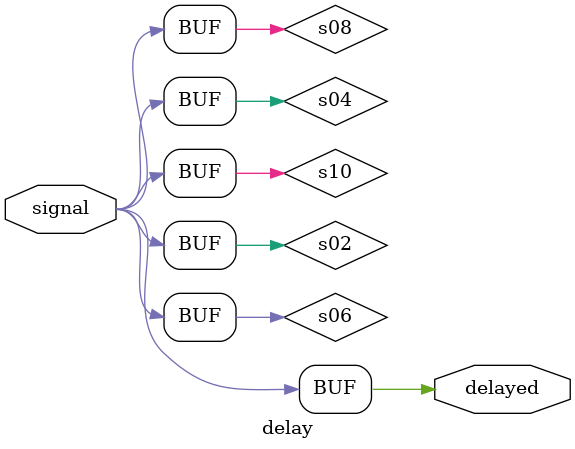
<source format=v>
module delay(
	input wire signal,
	output wire delayed
	);

wire s01 = ~signal /* synthesis keep */; 
wire s02 = ~s01 /* synthesis keep */; 
wire s03 = ~s02 /* synthesis keep */; 
wire s04 = ~s03 /* synthesis keep */; 
wire s05 = ~s04 /* synthesis keep */; 
wire s06 = ~s05 /* synthesis keep */; 
wire s07 = ~s06 /* synthesis keep */; 
wire s08 = ~s07 /* synthesis keep */; 
wire s09 = ~s08 /* synthesis keep */; 
wire s10 = ~s09 /* synthesis keep */; 
assign delayed = s10 /* synthesis keep */; 

endmodule
</source>
